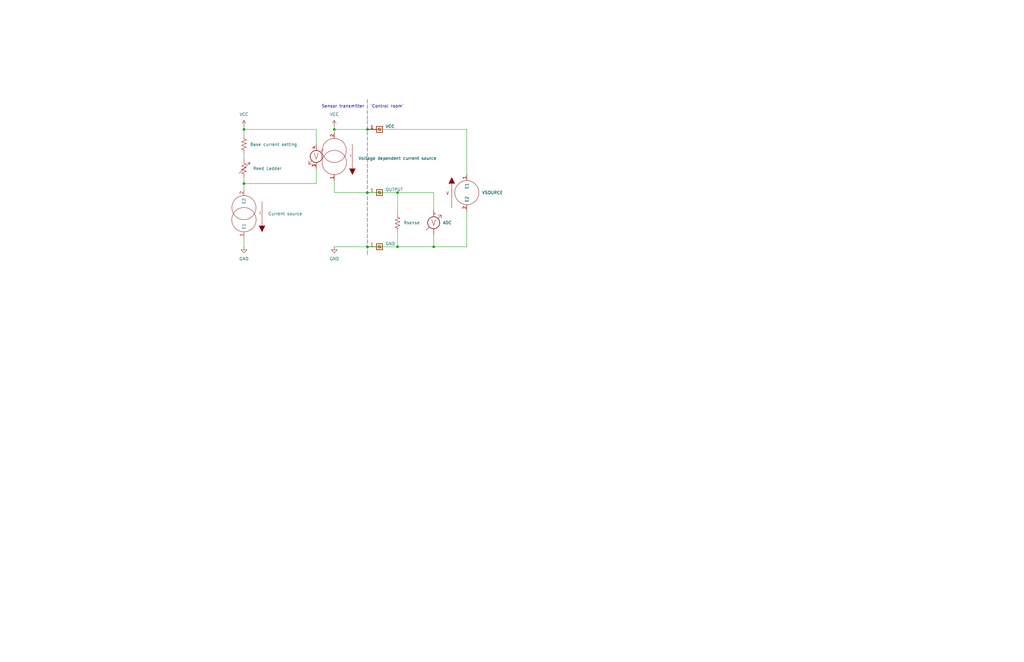
<source format=kicad_sch>
(kicad_sch (version 20211123) (generator eeschema)
  (paper "User" 431.8 279.4)
  (lib_symbols
    (symbol "Connector:Screw_Terminal_01x01" (pin_names (offset 1.016) hide)
      (property "Reference" "J" (at 0 2.54 0))
      (property "Value" "Screw_Terminal_01x01" (at 0 -2.54 0))
      (symbol "Screw_Terminal_01x01_1_1"
        (rectangle (start -1.27 1.27) (end 1.27 -1.27) (stroke (width 0.254)) (fill (type background)))
        (polyline (pts (xy -0.5334 0.3302) (xy 0.3302 -0.508)) (stroke (width 0.1524)))
        (polyline (pts (xy -0.3556 0.508) (xy 0.508 -0.3302)) (stroke (width 0.1524)))
        (circle (center 0 0) (radius 0.635) (stroke (width 0.1524)))
        (pin passive line (at -5.08 0 0) (length 3.81) (name "Pin_1") (number "1"))
      )
    )
    (symbol "Device:R_US" (pin_numbers hide) (pin_names (offset 0))
      (property "Reference" "R" (at 2.54 0 90))
      (property "Value" "R_US" (at -2.54 0 90))
      (symbol "R_US_0_1"
        (polyline (pts (xy 0 -2.286) (xy 0 -2.54)))
        (polyline (pts (xy 0 2.286) (xy 0 2.54)))
        (polyline (pts (xy 0 -0.762) (xy 1.016 -1.143) (xy 0 -1.524) (xy -1.016 -1.905) (xy 0 -2.286)))
        (polyline (pts (xy 0 0.762) (xy 1.016 0.381) (xy 0 0) (xy -1.016 -0.381) (xy 0 -0.762)))
        (polyline (pts (xy 0 2.286) (xy 1.016 1.905) (xy 0 1.524) (xy -1.016 1.143) (xy 0 0.762)))
      )
      (symbol "R_US_1_1"
        (pin passive line (at 0 3.81 270) (length 1.27) (name "~") (number "1"))
        (pin passive line (at 0 -3.81 90) (length 1.27) (name "~") (number "2"))
      )
    )
    (symbol "Device:R_Variable_US" (pin_numbers hide) (pin_names (offset 0))
      (property "Reference" "R" (at 2.54 -2.54 90))
      (property "Value" "R_Variable_US" (at -2.54 -1.27 90))
      (symbol "R_Variable_US_0_1"
        (polyline (pts (xy 0 -2.286) (xy 0 -2.54)))
        (polyline (pts (xy 0 2.286) (xy 0 2.54)))
        (polyline (pts (xy 0 -0.762) (xy 1.016 -1.143) (xy 0 -1.524) (xy -1.016 -1.905) (xy 0 -2.286)))
        (polyline (pts (xy 0 0.762) (xy 1.016 0.381) (xy 0 0) (xy -1.016 -0.381) (xy 0 -0.762)))
        (polyline (pts (xy 0 2.286) (xy 1.016 1.905) (xy 0 1.524) (xy -1.016 1.143) (xy 0 0.762)) (stroke (width 0.1524)))
        (polyline (pts (xy 2.286 1.524) (xy 2.54 2.54) (xy 1.524 2.286) (xy 2.54 2.54) (xy -2.032 -2.032)) (stroke (width 0.1524)))
      )
      (symbol "R_Variable_US_1_1"
        (pin passive line (at 0 3.81 270) (length 1.27) (name "~") (number "1"))
        (pin passive line (at 0 -3.81 90) (length 1.27) (name "~") (number "2"))
      )
    )
    (symbol "Device:Voltmeter_DC" (pin_numbers hide) (pin_names (offset 0.0254) hide)
      (property "Reference" "MES" (at -3.302 1.016 0))
      (property "Value" "Voltmeter_DC" (at -3.302 -0.762 0))
      (symbol "Voltmeter_DC_0_0"
        (polyline (pts (xy -3.175 -3.175) (xy -1.905 -1.905)))
        (polyline (pts (xy 1.905 1.905) (xy 3.175 3.175)))
        (polyline (pts (xy 1.905 3.175) (xy 3.175 3.175) (xy 3.175 1.905)))
        (text "V" (at 0 0 0) (effects (font (size 2.54 2.54))))
      )
      (symbol "Voltmeter_DC_0_1"
        (polyline (pts (xy 0.254 3.81) (xy 0.762 3.81)))
        (polyline (pts (xy 0.508 4.064) (xy 0.508 3.556)))
        (circle (center 0 0) (radius 2.54) (stroke (width 0.254)))
      )
      (symbol "Voltmeter_DC_1_1"
        (pin passive line (at 0 -5.08 90) (length 2.54) (name "-") (number "1"))
        (pin passive line (at 0 5.08 270) (length 2.54) (name "+") (number "2"))
      )
    )
    (symbol "power:GND" (power) (pin_names (offset 0))
      (property "Value" "GND" (at 0 -3.81 0))
      (symbol "GND_0_1"
        (polyline (pts (xy 0 0) (xy 0 -1.27) (xy 1.27 -1.27) (xy 0 -2.54) (xy -1.27 -1.27) (xy 0 -1.27)))
      )
      (symbol "GND_1_1"
        (pin power_in line (at 0 0 270) (length 0) hide (name "GND") (number "1"))
      )
    )
    (symbol "power:VCC" (power) (pin_names (offset 0))
      (property "Value" "VCC" (at 0 3.81 0))
      (symbol "VCC_0_1"
        (polyline (pts (xy -0.762 1.27) (xy 0 2.54)))
        (polyline (pts (xy 0 0) (xy 0 2.54)))
        (polyline (pts (xy 0 2.54) (xy 0.762 1.27)))
      )
      (symbol "VCC_1_1"
        (pin power_in line (at 0 0 90) (length 0) hide (name "VCC") (number "1"))
      )
    )
    (symbol "pspice:GSOURCE" (pin_names (offset 1.016) hide)
      (property "Reference" "G" (at -7.62 8.89 0))
      (property "Value" "GSOURCE" (at 0 0 0))
      (symbol "GSOURCE_0_1"
        (circle (center 0 -2.54) (radius 5.08))
        (polyline (pts (xy -7.62 -5.08) (xy -7.62 5.08)) (fill (type outline)))
        (polyline (pts (xy -8.89 5.08) (xy -7.62 7.62) (xy -6.35 5.08)) (fill (type outline)))
        (circle (center 0 2.54) (radius 5.1308))
        (text "I" (at -6.858 -0.254 0) (effects (font (size 1.27 1.27))))
      )
      (symbol "GSOURCE_1_1"
        (polyline (pts (xy 0.254 8.89) (xy 0.762 8.89)))
        (polyline (pts (xy 0.508 9.144) (xy 0.508 8.636)))
        (polyline (pts (xy 4.445 -3.175) (xy 5.715 -1.905)))
        (polyline (pts (xy 7.874 3.81) (xy 8.382 3.81)))
        (polyline (pts (xy 8.128 4.064) (xy 8.128 3.556)))
        (polyline (pts (xy 9.525 1.905) (xy 10.795 3.175)))
        (polyline (pts (xy 9.525 3.175) (xy 10.795 3.175) (xy 10.795 1.905)))
        (circle (center 7.62 0) (radius 2.54) (stroke (width 0.254)))
        (text "V" (at 7.62 0 0) (effects (font (size 2.54 2.54))))
        (pin input line (at 0 10.16 270) (length 2.54) (name "N+") (number "1"))
        (pin input line (at 0 -10.16 90) (length 2.54) (name "N-") (number "2"))
        (pin passive line (at 7.62 5.08 270) (length 2.54) (name "C+") (number "3"))
        (pin passive line (at 7.62 -5.08 90) (length 2.54) (name "C-") (number "4"))
      )
    )
    (symbol "pspice:ISOURCE" (pin_names (offset 1.016))
      (property "Reference" "I" (at -7.62 8.89 0))
      (property "Value" "ISOURCE" (at 0 0 0))
      (symbol "ISOURCE_0_1"
        (circle (center 0 -2.54) (radius 5.08))
        (polyline (pts (xy -7.62 -5.08) (xy -7.62 5.08)) (fill (type outline)))
        (polyline (pts (xy -8.89 5.08) (xy -7.62 7.62) (xy -6.35 5.08)) (fill (type outline)))
        (circle (center 0 2.54) (radius 5.1308))
        (text "I" (at -6.858 -0.254 0) (effects (font (size 1.27 1.27))))
      )
      (symbol "ISOURCE_1_1"
        (pin input line (at 0 10.16 270) (length 2.54) (name "E1") (number "1"))
        (pin input line (at 0 -10.16 90) (length 2.54) (name "E2") (number "2"))
      )
    )
    (symbol "pspice:VSOURCE" (pin_names (offset 1.016))
      (property "Reference" "V" (at -6.35 7.62 0))
      (property "Value" "VSOURCE" (at 0 0 0))
      (symbol "VSOURCE_0_1"
        (polyline (pts (xy -6.35 -6.35) (xy -6.35 3.81)) (fill (type outline)))
        (polyline (pts (xy -7.62 3.81) (xy -6.35 6.35) (xy -5.08 3.81)) (fill (type outline)))
        (circle (center 0 0) (radius 5.08))
        (text "V" (at -8.128 -0.254 0) (effects (font (size 1.27 1.27))))
      )
      (symbol "VSOURCE_1_1"
        (pin input line (at 0 7.62 270) (length 2.54) (name "E1") (number "1"))
        (pin input line (at 0 -7.62 90) (length 2.54) (name "E2") (number "2"))
      )
    )
  )
  (junction (at 140.97 54.61))
  (junction (at 102.87 54.61))
  (junction (at 102.87 77.47))
  (junction (at 154.94 54.61))
  (junction (at 154.94 81.28))
  (junction (at 167.64 81.28))
  (junction (at 182.88 104.14))
  (junction (at 167.64 104.14))
  (junction (at 154.94 104.14))
  (wire (pts (xy 196.85 104.14) (xy 182.88 104.14)))
  (polyline (pts (xy 154.94 41.91) (xy 154.94 50.8)))
  (wire (pts (xy 102.87 53.34) (xy 102.87 54.61)))
  (wire (pts (xy 167.64 81.28) (xy 182.88 81.28)))
  (wire (pts (xy 140.97 54.61) (xy 140.97 55.88)))
  (wire (pts (xy 133.35 71.12) (xy 133.35 77.47)))
  (wire (pts (xy 196.85 54.61) (xy 196.85 73.66)))
  (polyline (pts (xy 154.94 50.8) (xy 154.94 107.95)))
  (wire (pts (xy 140.97 76.2) (xy 140.97 81.28)))
  (wire (pts (xy 182.88 81.28) (xy 182.88 88.9)))
  (wire (pts (xy 167.64 81.28) (xy 167.64 90.17)))
  (wire (pts (xy 102.87 64.77) (xy 102.87 67.31)))
  (wire (pts (xy 154.94 54.61) (xy 196.85 54.61)))
  (wire (pts (xy 140.97 104.14) (xy 154.94 104.14)))
  (wire (pts (xy 140.97 54.61) (xy 154.94 54.61)))
  (wire (pts (xy 102.87 54.61) (xy 133.35 54.61)))
  (wire (pts (xy 133.35 77.47) (xy 102.87 77.47)))
  (wire (pts (xy 140.97 53.34) (xy 140.97 54.61)))
  (wire (pts (xy 154.94 104.14) (xy 167.64 104.14)))
  (wire (pts (xy 102.87 100.33) (xy 102.87 104.14)))
  (wire (pts (xy 102.87 54.61) (xy 102.87 57.15)))
  (wire (pts (xy 196.85 88.9) (xy 196.85 104.14)))
  (wire (pts (xy 154.94 81.28) (xy 167.64 81.28)))
  (wire (pts (xy 167.64 97.79) (xy 167.64 104.14)))
  (wire (pts (xy 140.97 81.28) (xy 154.94 81.28)))
  (wire (pts (xy 102.87 74.93) (xy 102.87 77.47)))
  (wire (pts (xy 182.88 104.14) (xy 167.64 104.14)))
  (wire (pts (xy 102.87 77.47) (xy 102.87 80.01)))
  (wire (pts (xy 133.35 54.61) (xy 133.35 60.96)))
  (wire (pts (xy 182.88 99.06) (xy 182.88 104.14)))
  (text "'Control room'" (at 156.21 45.72 0) (effects (font (size 1.27 1.27)) (justify left bottom)))
  (text "Sensor transmitter" (at 153.67 45.72 180) (effects (font (size 1.27 1.27)) (justify right bottom)))
  (symbol (lib_id "Device:Voltmeter_DC") (at 182.88 93.98 0) (unit 1)
    (property "Reference" "ADC" (at 186.69 93.98 0) (effects (justify left)))
    (property "Value" "Voltmeter_DC" (effects hide))
  )
  (symbol (lib_id "pspice:ISOURCE") (at 102.87 90.17 180) (unit 1)
    (property "Reference" "I?" (effects hide))
    (property "Value" "Current source" (at 113.03 90.1953 0) (effects (justify right)))
  )
  (symbol (lib_id "pspice:VSOURCE") (at 196.85 81.28 0) (unit 1)
    (property "Reference" "V?" (effects hide))
    (property "Value" "VSOURCE" (at 203.2 81.2799 0) (effects (justify left)))
  )
  (symbol (lib_id "Device:R_US") (at 102.87 60.96 0) (unit 1)
    (property "Reference" "R?" (effects hide))
    (property "Value" "Base current setting" (at 105.41 60.9599 0) (effects (justify left)))
  )
  (symbol (lib_id "power:VCC") (at 140.97 53.34 0) (unit 1)
    (property "Reference" "#PWR?" (effects hide))
    (property "Value" "VCC" (at 140.97 48.26 0))
  )
  (symbol (lib_id "power:GND") (at 102.87 104.14 0) (unit 1)
    (property "Reference" "#PWR?" (effects hide))
    (property "Value" "GND" (at 102.87 109.22 0))
  )
  (symbol (lib_id "Device:R_Variable_US") (at 102.87 71.12 0) (unit 1)
    (property "Reference" "R?" (effects hide))
    (property "Value" "Reed Ladder" (at 106.68 71.0818 0) (effects (justify left)))
  )
  (symbol (lib_id "pspice:GSOURCE") (at 140.97 66.04 180) (unit 1)
    (property "Reference" "G?" (effects hide))
    (property "Value" "Voltage dependent current source" (at 151.13 66.8019 0) (effects (justify right)))
    (property "Datasheet" "https://www.pspice.com/source/controlled-sources" (effects hide))
  )
  (symbol (lib_id "Connector:Screw_Terminal_01x01") (at 160.02 81.28 0) (unit 1)
    (property "Reference" "OUTPUT" (at 162.56 80.01 0) (effects (justify left)))
    (property "Value" "Screw_Terminal_01x01" (effects hide))
  )
  (symbol (lib_id "power:VCC") (at 102.87 53.34 0) (unit 1)
    (property "Reference" "#PWR?" (effects hide))
    (property "Value" "VCC" (at 102.87 48.26 0))
  )
  (symbol (lib_id "Device:R_US") (at 167.64 93.98 0) (unit 1)
    (property "Reference" "Rsense" (at 170.18 93.9799 0) (effects (justify left)))
    (property "Value" "R_US" (effects hide))
  )
  (symbol (lib_id "Connector:Screw_Terminal_01x01") (at 160.02 54.61 0) (unit 1)
    (property "Reference" "VCC" (at 162.56 53.34 0) (effects (justify left)))
    (property "Value" "Screw_Terminal_01x01" (effects hide))
  )
  (symbol (lib_id "power:GND") (at 140.97 104.14 0) (unit 1)
    (property "Reference" "#PWR?" (effects hide))
    (property "Value" "GND" (at 140.97 109.22 0))
  )
  (symbol (lib_id "Connector:Screw_Terminal_01x01") (at 160.02 104.14 0) (unit 1)
    (property "Reference" "GND" (at 162.56 102.87 0) (effects (justify left)))
    (property "Value" "Screw_Terminal_01x01" (effects hide))
  )
)
</source>
